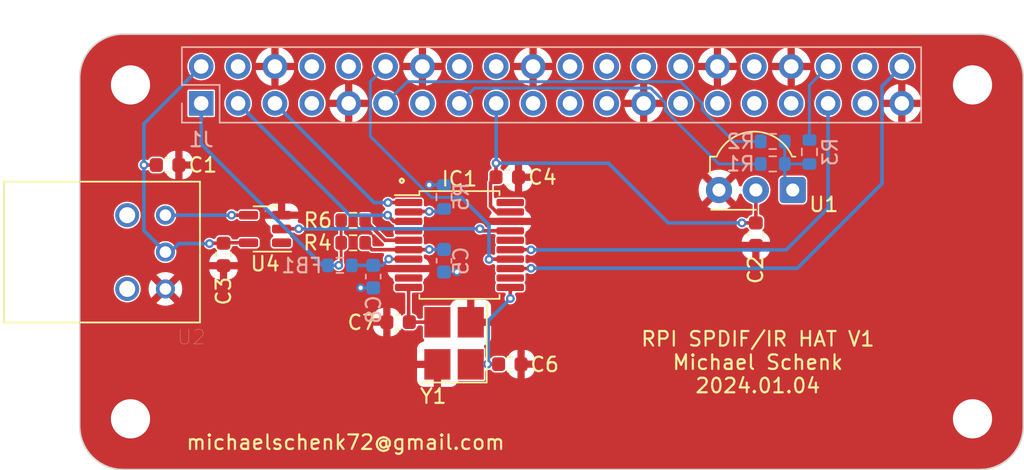
<source format=kicad_pcb>
(kicad_pcb (version 20221018) (generator pcbnew)
  (title_block (date "15 nov 2012"))
  (layers (0 "F.Cu" signal) (31 "B.Cu" signal) (34 "B.Paste" user) (35 "F.Paste" user) (36 "B.SilkS" user "B.Silkscreen") (37 "F.SilkS" user "F.Silkscreen") (38 "B.Mask" user) (39 "F.Mask" user) (44 "Edge.Cuts" user))
  (net 0 "")
  (net 1 "GND")
  (net 2 "/GPIO2{slash}SDA1")
  (net 3 "/GPIO3{slash}SCL1")
  (net 4 "/GPIO4{slash}GPCLK0")
  (net 5 "/GPIO14{slash}TXD0")
  (net 6 "/GPIO15{slash}RXD0")
  (net 7 "/GPIO17")
  (net 8 "/GPIO18{slash}PCM.CLK")
  (net 9 "/GPIO27")
  (net 10 "/GPIO22")
  (net 11 "/GPIO23")
  (net 12 "/GPIO26")
  (net 13 "/GPIO24")
  (net 14 "/GPIO10{slash}SPI0.MOSI")
  (net 15 "/GPIO9{slash}SPI0.MISO")
  (net 16 "/GPIO25")
  (net 17 "/GPIO11{slash}SPI0.SCLK")
  (net 18 "/GPIO8{slash}SPI0.CE0")
  (net 19 "/GPIO7{slash}SPI0.CE1")
  (net 20 "/ID_SDA")
  (net 21 "/ID_SCL")
  (net 22 "/GPIO5")
  (net 23 "/GPIO6")
  (net 24 "/GPIO12{slash}PWM0")
  (net 25 "/GPIO13{slash}PWM1")
  (net 26 "/GPIO19{slash}PCM.FS")
  (net 27 "/GPIO16")
  (net 28 "/GPIO20{slash}PCM.DIN")
  (net 29 "/GPIO21{slash}PCM.DOUT")
  (net 30 "+5V")
  (net 31 "+3V3")
  (net 32 "Net-(IC1-XIN)")
  (net 33 "Net-(IC1-XOP)")
  (net 35 "Net-(IC1-GPO0{slash}SWIFMODE)")
  (net 36 "Net-(IC1-CSB{slash}GPO1)")
  (net 37 "Net-(IC1-RESETB)")
  (net 38 "Net-(IC1-TX0)")
  (net 42 "Net-(U2-VIN)")
  (net 45 "Net-(U1-OUT)")
  (net 46 "Net-(IC1-PVDD)")
  (footprint "Capacitor_SMD:C_0603_1608Metric" (layer "F.Cu") (at 106.0582 79.0196)
    (fp_text reference "C1" (at 2.4254 0) (layer "F.SilkS"))
    (fp_text value "100nF/50V")
    (fp_line (start -0.14058 -0.51) (end 0.14058 -0.51) (stroke (width 0.12)) (layer "F.SilkS"))
    (fp_line (start -0.14058 0.51) (end 0.14058 0.51) (stroke (width 0.12)) (layer "F.SilkS"))
    (pad "1" smd roundrect (at -0.775 0) (size 0.9 0.95) (layers "F.Cu" "F.Paste" "F.Mask") (net 30 "+5V"))
    (pad "2" smd roundrect (at 0.775 0) (size 0.9 0.95) (layers "F.Cu" "F.Paste" "F.Mask") (net 1 "GND"))
  )
  (footprint "MountingHole:MountingHole_2.7mm_M2.5" (layer "F.Cu") (at 161.5 73.5)
    (fp_text reference "MH2" hide)
    (fp_text value "MountingHole_2.7mm_M2.5" hide)
    (pad "" np_thru_hole circle locked (at 0 0) (size 2.7 2.7) (drill 2.7) (layers "*.Cu" "*.Mask"))
  )
  (footprint "Resistor_SMD:R_0603_1608Metric" (layer "F.Cu") (at 118.8336 82.8296 180)
    (fp_text reference "R6" (at 2.4252 0) (layer "F.SilkS"))
    (fp_text value "10k")
    (fp_line (start -0.237258 -0.5225) (end 0.237258 -0.5225) (stroke (width 0.12)) (layer "F.SilkS"))
    (fp_line (start -0.237258 0.5225) (end 0.237258 0.5225) (stroke (width 0.12)) (layer "F.SilkS"))
    (pad "1" smd roundrect (at -0.825 0 180) (size 0.8 0.95) (layers "F.Cu" "F.Paste" "F.Mask") (net 36 "Net-(IC1-CSB{slash}GPO1)"))
    (pad "2" smd roundrect (at 0.825 0 180) (size 0.8 0.95) (layers "F.Cu" "F.Paste" "F.Mask") (net 31 "+3V3"))
  )
  (footprint "Package_TO_SOT_SMD:SOT-23-5" (layer "F.Cu") (at 112.7707 83.424 180)
    (fp_text reference "U4" (at 0 -2.4) (layer "F.SilkS"))
    (fp_text value "74AHC1G17")
    (fp_line (start 0 -1.56) (end -1.8 -1.56) (stroke (width 0.12)) (layer "F.SilkS"))
    (fp_line (start 0 -1.56) (end 0.8 -1.56) (stroke (width 0.12)) (layer "F.SilkS"))
    (fp_line (start 0 1.56) (end -0.8 1.56) (stroke (width 0.12)) (layer "F.SilkS"))
    (fp_line (start 0 1.56) (end 0.8 1.56) (stroke (width 0.12)) (layer "F.SilkS"))
    (pad "1" smd roundrect (at -1.1375 -0.95 180) (size 1.325 0.6) (layers "F.Cu" "F.Paste" "F.Mask"))
    (pad "2" smd roundrect (at -1.1375 0 180) (size 1.325 0.6) (layers "F.Cu" "F.Paste" "F.Mask") (net 38 "Net-(IC1-TX0)"))
    (pad "3" smd roundrect (at -1.1375 0.95 180) (size 1.325 0.6) (layers "F.Cu" "F.Paste" "F.Mask") (net 1 "GND"))
    (pad "4" smd roundrect (at 1.1375 0.95 180) (size 1.325 0.6) (layers "F.Cu" "F.Paste" "F.Mask") (net 42 "Net-(U2-VIN)"))
    (pad "5" smd roundrect (at 1.1375 -0.95 180) (size 1.325 0.6) (layers "F.Cu" "F.Paste" "F.Mask") (net 30 "+5V"))
  )
  (footprint "OptoDevice:Vishay_MOLD-3Pin" (layer "F.Cu") (at 149.116568 80.741 180)
    (fp_text reference "U1" (at -2.140632 -0.9964) (layer "F.SilkS"))
    (fp_text value "TSOP32538")
    (fp_line (start 0.04 2.3) (end -0.18 2.3) (stroke (width 0.12)) (layer "F.SilkS"))
    (fp_line (start 5.62 -1.36) (end 2.54 -1.36) (stroke (width 0.12)) (layer "F.SilkS"))
    (fp_line (start 5.7 2.3) (end 5.24 2.3) (stroke (width 0.12)) (layer "F.SilkS"))
    (fp_line (start 5.7 2.3) (end 5.7 1.1) (stroke (width 0.12)) (layer "F.SilkS"))
    (fp_arc (start 5.24 2.3) (mid 2.64 4.023119) (end 0.04 2.3) (stroke (width 0.12)) (layer "F.SilkS"))
    (pad "1" thru_hole roundrect (at 0 0 180) (size 1.8 1.8) (drill 0.9) (layers "*.Cu" "*.Mask") (roundrect_rratio 0.138) (net 45 "Net-(U1-OUT)"))
    (pad "2" thru_hole circle (at 2.54 0 180) (size 1.8 1.8) (drill 0.9) (layers "*.Cu" "*.Mask") (net 31 "+3V3"))
    (pad "3" thru_hole circle (at 5.08 0 180) (size 1.8 1.8) (drill 0.9) (layers "*.Cu" "*.Mask") (net 1 "GND"))
  )
  (footprint "kicad-snk:PLR135-T10_PLT133-T10W" (layer "F.Cu") (at 103.274 85.014 90)
    (fp_text reference "U2" (at -5.8674 4.4222 180) (layer "F.SilkS") (effects (font (size 1.001236 1.001236) (thickness 0.015))))
    (fp_text value "PLT237/T10WH")
    (fp_line (start -4.85 -8.49) (end -4.85 5.01) (stroke (width 0.127)) (layer "F.SilkS"))
    (fp_line (start 4.85 -8.49) (end -4.85 -8.49) (stroke (width 0.127)) (layer "F.SilkS"))
    (fp_line (start 4.85 -8.49) (end 4.85 5.01) (stroke (width 0.127)) (layer "F.SilkS"))
    (fp_line (start 4.85 5.01) (end -4.85 5.01) (stroke (width 0.127)) (layer "F.SilkS"))
    (pad "1" thru_hole circle (at 2.54 2.63 90) (size 1.308 1.308) (drill 0.8) (layers "*.Cu" "*.Mask") (net 42 "Net-(U2-VIN)"))
    (pad "2" thru_hole circle (at 0 2.63 90) (size 1.308 1.308) (drill 0.8) (layers "*.Cu" "*.Mask") (net 30 "+5V"))
    (pad "3" thru_hole circle (at -2.54 2.63 90) (size 1.308 1.308) (drill 0.8) (layers "*.Cu" "*.Mask") (net 1 "GND"))
    (pad "NC1" thru_hole circle (at 2.54 0 90) (size 1.65 1.65) (drill 1.1) (layers "*.Cu" "*.Mask"))
    (pad "NC2" thru_hole circle (at -2.54 0 90) (size 1.65 1.65) (drill 1.1) (layers "*.Cu" "*.Mask"))
  )
  (footprint "Resistor_SMD:R_0603_1608Metric" (layer "F.Cu") (at 118.8346 84.379 180)
    (fp_text reference "R4" (at 2.4516 0) (layer "F.SilkS"))
    (fp_text value "10k")
    (fp_line (start -0.237258 -0.5225) (end 0.237258 -0.5225) (stroke (width 0.12)) (layer "F.SilkS"))
    (fp_line (start -0.237258 0.5225) (end 0.237258 0.5225) (stroke (width 0.12)) (layer "F.SilkS"))
    (pad "1" smd roundrect (at -0.825 0 180) (size 0.8 0.95) (layers "F.Cu" "F.Paste" "F.Mask") (net 37 "Net-(IC1-RESETB)"))
    (pad "2" smd roundrect (at 0.825 0 180) (size 0.8 0.95) (layers "F.Cu" "F.Paste" "F.Mask") (net 31 "+3V3"))
  )
  (footprint "MountingHole:MountingHole_2.7mm_M2.5" (layer "F.Cu") (at 103.5 96.5)
    (fp_text reference "MH3" hide)
    (fp_text value "MountingHole_2.7mm_M2.5" hide)
    (pad "" np_thru_hole circle locked (at 0 0) (size 2.7 2.7) (drill 2.7) (layers "*.Cu" "*.Mask"))
  )
  (footprint "Capacitor_SMD:C_0603_1608Metric" (layer "F.Cu") (at 121.9326 89.84 180)
    (fp_text reference "C7" (at 2.5016 -0.0254) (layer "F.SilkS"))
    (fp_text value "15pF/50V")
    (fp_line (start -0.14058 -0.51) (end 0.14058 -0.51) (stroke (width 0.12)) (layer "F.SilkS"))
    (fp_line (start -0.14058 0.51) (end 0.14058 0.51) (stroke (width 0.12)) (layer "F.SilkS"))
    (pad "1" smd roundrect (at -0.775 0 180) (size 0.9 0.95) (layers "F.Cu" "F.Paste" "F.Mask") (net 33 "Net-(IC1-XOP)"))
    (pad "2" smd roundrect (at 0.775 0 180) (size 0.9 0.95) (layers "F.Cu" "F.Paste" "F.Mask") (net 1 "GND"))
  )
  (footprint "MountingHole:MountingHole_2.7mm_M2.5" (layer "F.Cu") (at 103.5 73.5)
    (fp_text reference "MH1" hide)
    (fp_text value "MountingHole_2.7mm_M2.5" hide)
    (pad "" np_thru_hole circle locked (at 0 0) (size 2.7 2.7) (drill 2.7) (layers "*.Cu" "*.Mask"))
  )
  (footprint "Capacitor_SMD:C_0603_1608Metric" (layer "F.Cu") (at 129.6294 92.7356 180)
    (fp_text reference "C6" (at -2.4 -0.0254) (layer "F.SilkS"))
    (fp_text value "15pF/50V")
    (fp_line (start -0.14058 -0.51) (end 0.14058 -0.51) (stroke (width 0.12)) (layer "F.SilkS"))
    (fp_line (start -0.14058 0.51) (end 0.14058 0.51) (stroke (width 0.12)) (layer "F.SilkS"))
    (pad "1" smd roundrect (at -0.775 0 180) (size 0.9 0.95) (layers "F.Cu" "F.Paste" "F.Mask") (net 1 "GND"))
    (pad "2" smd roundrect (at 0.775 0 180) (size 0.9 0.95) (layers "F.Cu" "F.Paste" "F.Mask") (net 32 "Net-(IC1-XIN)"))
  )
  (footprint "Capacitor_SMD:C_0603_1608Metric" (layer "F.Cu") (at 129.4516 79.8578 180)
    (fp_text reference "C4" (at -2.4254 0) (layer "F.SilkS"))
    (fp_text value "100nF/50V")
    (fp_line (start -0.14058 -0.51) (end 0.14058 -0.51) (stroke (width 0.12)) (layer "F.SilkS"))
    (fp_line (start -0.14058 0.51) (end 0.14058 0.51) (stroke (width 0.12)) (layer "F.SilkS"))
    (pad "1" smd roundrect (at -0.775 0 180) (size 0.9 0.95) (layers "F.Cu" "F.Paste" "F.Mask") (net 1 "GND"))
    (pad "2" smd roundrect (at 0.775 0 180) (size 0.9 0.95) (layers "F.Cu" "F.Paste" "F.Mask") (net 31 "+3V3"))
  )
  (footprint "Package_SO:SSOP-20_5.3x7.2mm_P0.65mm" (layer "F.Cu") (at 126.1568 84.5262)
    (fp_text reference "IC1" (at 0 -4.55) (layer "F.SilkS"))
    (fp_text value "WM8804GEDS_V")
    (fp_line (start -2.76 -3.71) (end -2.76 -3.435) (stroke (width 0.12)) (layer "F.SilkS"))
    (fp_line (start -2.76 -3.435) (end -4.45 -3.435) (stroke (width 0.12)) (layer "F.SilkS"))
    (fp_line (start -2.76 3.71) (end -2.76 3.435) (stroke (width 0.12)) (layer "F.SilkS"))
    (fp_line (start 0 -3.71) (end -2.76 -3.71) (stroke (width 0.12)) (layer "F.SilkS"))
    (fp_line (start 0 -3.71) (end 2.76 -3.71) (stroke (width 0.12)) (layer "F.SilkS"))
    (fp_line (start 0 3.71) (end -2.76 3.71) (stroke (width 0.12)) (layer "F.SilkS"))
    (fp_line (start 0 3.71) (end 2.76 3.71) (stroke (width 0.12)) (layer "F.SilkS"))
    (fp_line (start 2.76 -3.71) (end 2.76 -3.435) (stroke (width 0.12)) (layer "F.SilkS"))
    (fp_line (start 2.76 3.71) (end 2.76 3.435) (stroke (width 0.12)) (layer "F.SilkS"))
    (pad "1" smd roundrect (at -3.5 -2.925) (size 1.9 0.5) (layers "F.Cu" "F.Paste" "F.Mask") (net 3 "/GPIO3{slash}SCL1"))
    (pad "2" smd roundrect (at -3.5 -2.275) (size 1.9 0.5) (layers "F.Cu" "F.Paste" "F.Mask") (net 35 "Net-(IC1-GPO0{slash}SWIFMODE)"))
    (pad "3" smd roundrect (at -3.5 -1.625) (size 1.9 0.5) (layers "F.Cu" "F.Paste" "F.Mask") (net 2 "/GPIO2{slash}SDA1"))
    (pad "4" smd roundrect (at -3.5 -0.975) (size 1.9 0.5) (layers "F.Cu" "F.Paste" "F.Mask"))
    (pad "5" smd roundrect (at -3.5 -0.325) (size 1.9 0.5) (layers "F.Cu" "F.Paste" "F.Mask") (net 36 "Net-(IC1-CSB{slash}GPO1)"))
    (pad "6" smd roundrect (at -3.5 0.325) (size 1.9 0.5) (layers "F.Cu" "F.Paste" "F.Mask") (net 37 "Net-(IC1-RESETB)"))
    (pad "7" smd roundrect (at -3.5 0.975) (size 1.9 0.5) (layers "F.Cu" "F.Paste" "F.Mask") (net 46 "Net-(IC1-PVDD)"))
    (pad "8" smd roundrect (at -3.5 1.625) (size 1.9 0.5) (layers "F.Cu" "F.Paste" "F.Mask") (net 1 "GND"))
    (pad "9" smd roundrect (at -3.5 2.275) (size 1.9 0.5) (layers "F.Cu" "F.Paste" "F.Mask"))
    (pad "10" smd roundrect (at -3.5 2.925) (size 1.9 0.5) (layers "F.Cu" "F.Paste" "F.Mask") (net 33 "Net-(IC1-XOP)"))
    (pad "11" smd roundrect (at 3.5 2.925) (size 1.9 0.5) (layers "F.Cu" "F.Paste" "F.Mask") (net 32 "Net-(IC1-XIN)"))
    (pad "12" smd roundrect (at 3.5 2.275) (size 1.9 0.5) (layers "F.Cu" "F.Paste" "F.Mask"))
    (pad "13" smd roundrect (at 3.5 1.625) (size 1.9 0.5) (layers "F.Cu" "F.Paste" "F.Mask") (net 29 "/GPIO21{slash}PCM.DOUT"))
    (pad "14" smd roundrect (at 3.5 0.975) (size 1.9 0.5) (layers "F.Cu" "F.Paste" "F.Mask") (net 8 "/GPIO18{slash}PCM.CLK"))
    (pad "15" smd roundrect (at 3.5 0.325) (size 1.9 0.5) (layers "F.Cu" "F.Paste" "F.Mask") (net 26 "/GPIO19{slash}PCM.FS"))
    (pad "16" smd roundrect (at 3.5 -0.325) (size 1.9 0.5) (layers "F.Cu" "F.Paste" "F.Mask"))
    (pad "17" smd roundrect (at 3.5 -0.975) (size 1.9 0.5) (layers "F.Cu" "F.Paste" "F.Mask") (net 38 "Net-(IC1-TX0)"))
    (pad "18" smd roundrect (at 3.5 -1.625) (size 1.9 0.5) (layers "F.Cu" "F.Paste" "F.Mask") (net 1 "GND"))
    (pad "19" smd roundrect (at 3.5 -2.275) (size 1.9 0.5) (layers "F.Cu" "F.Paste" "F.Mask") (net 31 "+3V3"))
    (pad "20" smd roundrect (at 3.5 -2.925) (size 1.9 0.5) (layers "F.Cu" "F.Paste" "F.Mask"))
  )
  (footprint "Crystal:Crystal_SMD_3225-4Pin_3.2x2.5mm_HandSoldering" (layer "F.Cu") (at 125.788 91.3004 90)
    (fp_text reference "Y1" (at -3.645 -1.4294 180) (layer "F.SilkS"))
    (fp_text value "27MHz")
    (fp_line (start -2.7 -2.25) (end -2.7 2.25) (stroke (width 0.12)) (layer "F.SilkS"))
    (fp_line (start -2.7 2.25) (end 2.7 2.25) (stroke (width 0.12)) (layer "F.SilkS"))
    (pad "1" smd rect (at -1.45 1.15 90) (size 2.1 1.8) (layers "F.Cu" "F.Paste" "F.Mask") (net 32 "Net-(IC1-XIN)"))
    (pad "2" smd rect (at 1.45 1.15 90) (size 2.1 1.8) (layers "F.Cu" "F.Paste" "F.Mask") (net 1 "GND"))
    (pad "3" smd rect (at 1.45 -1.15 90) (size 2.1 1.8) (layers "F.Cu" "F.Paste" "F.Mask") (net 33 "Net-(IC1-XOP)"))
    (pad "4" smd rect (at -1.45 -1.15 90) (size 2.1 1.8) (layers "F.Cu" "F.Paste" "F.Mask") (net 1 "GND"))
  )
  (footprint "Capacitor_SMD:C_0603_1608Metric" (layer "F.Cu") (at 146.576568 83.7824 90)
    (fp_text reference "C2" (at -2.4508 -0.018368 90) (layer "F.SilkS"))
    (fp_text value "100nF/50V")
    (fp_line (start -0.14058 -0.51) (end 0.14058 -0.51) (stroke (width 0.12)) (layer "F.SilkS"))
    (fp_line (start -0.14058 0.51) (end 0.14058 0.51) (stroke (width 0.12)) (layer "F.SilkS"))
    (pad "1" smd roundrect (at -0.775 0 90) (size 0.9 0.95) (layers "F.Cu" "F.Paste" "F.Mask") (net 1 "GND"))
    (pad "2" smd roundrect (at 0.775 0 90) (size 0.9 0.95) (layers "F.Cu" "F.Paste" "F.Mask") (net 31 "+3V3"))
  )
  (footprint "Capacitor_SMD:C_0603_1608Metric" (layer "F.Cu") (at 109.906 85.1794 -90)
    (fp_text reference "C3" (at 2.527 0 -90) (layer "F.SilkS"))
    (fp_text value "100nF/50V")
    (fp_line (start -0.14058 -0.51) (end 0.14058 -0.51) (stroke (width 0.12)) (layer "F.SilkS"))
    (fp_line (start -0.14058 0.51) (end 0.14058 0.51) (stroke (width 0.12)) (layer "F.SilkS"))
    (pad "1" smd roundrect (at -0.775 0 270) (size 0.9 0.95) (layers "F.Cu" "F.Paste" "F.Mask") (net 30 "+5V"))
    (pad "2" smd roundrect (at 0.775 0 270) (size 0.9 0.95) (layers "F.Cu" "F.Paste" "F.Mask") (net 1 "GND"))
  )
  (footprint "MountingHole:MountingHole_2.7mm_M2.5" (layer "F.Cu") (at 161.5 96.5)
    (fp_text reference "MH4" hide)
    (fp_text value "MountingHole_2.7mm_M2.5" hide)
    (pad "" np_thru_hole circle locked (at 0 0) (size 2.7 2.7) (drill 2.7) (layers "*.Cu" "*.Mask"))
  )
  (footprint "Connector_PinSocket_2.54mm:PinSocket_2x20_P2.54mm_Vertical" (layer "B.Cu") (at 108.37 74.77 -90)
    (fp_text reference "J1" (at 2.5 0) (layer "B.SilkS") (effects (justify mirror)))
    (fp_text value "GPIO")
    (fp_line (start -3.87 -49.59) (end 1.33 -49.59) (stroke (width 0.12)) (layer "B.SilkS"))
    (fp_line (start -3.87 1.33) (end -3.87 -49.59) (stroke (width 0.12)) (layer "B.SilkS"))
    (fp_line (start -3.87 1.33) (end -1.27 1.33) (stroke (width 0.12)) (layer "B.SilkS"))
    (fp_line (start -1.27 -1.27) (end 1.33 -1.27) (stroke (width 0.12)) (layer "B.SilkS"))
    (fp_line (start -1.27 1.33) (end -1.27 -1.27) (stroke (width 0.12)) (layer "B.SilkS"))
    (fp_line (start 0 1.33) (end 1.33 1.33) (stroke (width 0.12)) (layer "B.SilkS"))
    (fp_line (start 1.33 -1.27) (end 1.33 -49.59) (stroke (width 0.12)) (layer "B.SilkS"))
    (fp_line (start 1.33 1.33) (end 1.33 0) (stroke (width 0.12)) (layer "B.SilkS"))
    (pad "1" thru_hole rect (at 0 0 270) (size 1.7 1.7) (drill 1) (layers "*.Cu" "*.Mask") (net 31 "+3V3"))
    (pad "2" thru_hole oval (at -2.54 0 270) (size 1.7 1.7) (drill 1) (layers "*.Cu" "*.Mask") (net 30 "+5V"))
    (pad "3" thru_hole oval (at 0 -2.54 270) (size 1.7 1.7) (drill 1) (layers "*.Cu" "*.Mask") (net 2 "/GPIO2{slash}SDA1"))
    (pad "4" thru_hole oval (at -2.54 -2.54 270) (size 1.7 1.7) (drill 1) (layers "*.Cu" "*.Mask") (net 30 "+5V"))
    (pad "5" thru_hole oval (at 0 -5.08 270) (size 1.7 1.7) (drill 1) (layers "*.Cu" "*.Mask") (net 3 "/GPIO3{slash}SCL1"))
    (pad "6" thru_hole oval (at -2.54 -5.08 270) (size 1.7 1.7) (drill 1) (layers "*.Cu" "*.Mask") (net 1 "GND"))
    (pad "7" thru_hole oval (at 0 -7.62 270) (size 1.7 1.7) (drill 1) (layers "*.Cu" "*.Mask") (net 4 "/GPIO4{slash}GPCLK0"))
    (pad "8" thru_hole oval (at -2.54 -7.62 270) (size 1.7 1.7) (drill 1) (layers "*.Cu" "*.Mask") (net 5 "/GPIO14{slash}TXD0"))
    (pad "9" thru_hole oval (at 0 -10.16 270) (size 1.7 1.7) (drill 1) (layers "*.Cu" "*.Mask") (net 1 "GND"))
    (pad "10" thru_hole oval (at -2.54 -10.16 270) (size 1.7 1.7) (drill 1) (layers "*.Cu" "*.Mask") (net 6 "/GPIO15{slash}RXD0"))
    (pad "11" thru_hole oval (at 0 -12.7 270) (size 1.7 1.7) (drill 1) (layers "*.Cu" "*.Mask") (net 7 "/GPIO17"))
    (pad "12" thru_hole oval (at -2.54 -12.7 270) (size 1.7 1.7) (drill 1) (layers "*.Cu" "*.Mask") (net 8 "/GPIO18{slash}PCM.CLK"))
    (pad "13" thru_hole oval (at 0 -15.24 270) (size 1.7 1.7) (drill 1) (layers "*.Cu" "*.Mask") (net 9 "/GPIO27"))
    (pad "14" thru_hole oval (at -2.54 -15.24 270) (size 1.7 1.7) (drill 1) (layers "*.Cu" "*.Mask") (net 1 "GND"))
    (pad "15" thru_hole oval (at 0 -17.78 270) (size 1.7 1.7) (drill 1) (layers "*.Cu" "*.Mask") (net 10 "/GPIO22"))
    (pad "16" thru_hole oval (at -2.54 -17.78 270) (size 1.7 1.7) (drill 1) (layers "*.Cu" "*.Mask") (net 11 "/GPIO23"))
    (pad "17" thru_hole oval (at 0 -20.32 270) (size 1.7 1.7) (drill 1) (layers "*.Cu" "*.Mask") (net 31 "+3V3"))
    (pad "18" thru_hole oval (at -2.54 -20.32 270) (size 1.7 1.7) (drill 1) (layers "*.Cu" "*.Mask") (net 13 "/GPIO24"))
    (pad "19" thru_hole oval (at 0 -22.86 270) (size 1.7 1.7) (drill 1) (layers "*.Cu" "*.Mask") (net 14 "/GPIO10{slash}SPI0.MOSI"))
    (pad "20" thru_hole oval (at -2.54 -22.86 270) (size 1.7 1.7) (drill 1) (layers "*.Cu" "*.Mask") (net 1 "GND"))
    (pad "21" thru_hole oval (at 0 -25.4 270) (size 1.7 1.7) (drill 1) (layers "*.Cu" "*.Mask") (net 15 "/GPIO9{slash}SPI0.MISO"))
    (pad "22" thru_hole oval (at -2.54 -25.4 270) (size 1.7 1.7) (drill 1) (layers "*.Cu" "*.Mask") (net 16 "/GPIO25"))
    (pad "23" thru_hole oval (at 0 -27.94 270) (size 1.7 1.7) (drill 1) (layers "*.Cu" "*.Mask") (net 17 "/GPIO11{slash}SPI0.SCLK"))
    (pad "24" thru_hole oval (at -2.54 -27.94 270) (size 1.7 1.7) (drill 1) (layers "*.Cu" "*.Mask") (net 18 "/GPIO8{slash}SPI0.CE0"))
    (pad "25" thru_hole oval (at 0 -30.48 270) (size 1.7 1.7) (drill 1) (layers "*.Cu" "*.Mask") (net 1 "GND"))
    (pad "26" thru_hole oval (at -2.54 -30.48 270) (size 1.7 1.7) (drill 1) (layers "*.Cu" "*.Mask") (net 19 "/GPIO7{slash}SPI0.CE1"))
    (pad "27" thru_hole oval (at 0 -33.02 270) (size 1.7 1.7) (drill 1) (layers "*.Cu" "*.Mask") (net 20 "/ID_SDA"))
    (pad "28" thru_hole oval (at -2.54 -33.02 270) (size 1.7 1.7) (drill 1) (layers "*.Cu" "*.Mask") (net 21 "/ID_SCL"))
    (pad "29" thru_hole oval (at 0 -35.56 270) (size 1.7 1.7) (drill 1) (layers "*.Cu" "*.Mask") (net 22 "/GPIO5"))
    (pad "30" thru_hole oval (at -2.54 -35.56 270) (size 1.7 1.7) (drill 1) (layers "*.Cu" "*.Mask") (net 1 "GND"))
    (pad "31" thru_hole oval (at 0 -38.1 270) (size 1.7 1.7) (drill 1) (layers "*.Cu" "*.Mask") (net 23 "/GPIO6"))
    (pad "32" thru_hole oval (at -2.54 -38.1 270) (size 1.7 1.7) (drill 1) (layers "*.Cu" "*.Mask") (net 24 "/GPIO12{slash}PWM0"))
    (pad "33" thru_hole oval (at 0 -40.64 270) (size 1.7 1.7) (drill 1) (layers "*.Cu" "*.Mask") (net 25 "/GPIO13{slash}PWM1"))
    (pad "34" thru_hole oval (at -2.54 -40.64 270) (size 1.7 1.7) (drill 1) (layers "*.Cu" "*.Mask") (net 1 "GND"))
    (pad "35" thru_hole oval (at 0 -43.18 270) (size 1.7 1.7) (drill 1) (layers "*.Cu" "*.Mask") (net 26 "/GPIO19{slash}PCM.FS"))
    (pad "36" thru_hole oval (at -2.54 -43.18 270) (size 1.7 1.7) (drill 1) (layers "*.Cu" "*.Mask") (net 27 "/GPIO16"))
    (pad "37" thru_hole oval (at 0 -45.72 270) (size 1.7 1.7) (drill 1) (layers "*.Cu" "*.Mask") (net 12 "/GPIO26"))
    (pad "38" thru_hole oval (at -2.54 -45.72 270) (size 1.7 1.7) (drill 1) (layers "*.Cu" "*.Mask") (net 28 "/GPIO20{slash}PCM.DIN"))
    (pad "39" thru_hole oval (at 0 -48.26 270) (size 1.7 1.7) (drill 1) (layers "*.Cu" "*.Mask") (net 1 "GND"))
    (pad "40" thru_hole oval (at -2.54 -48.26 270) (size 1.7 1.7) (drill 1) (layers "*.Cu" "*.Mask") (net 29 "/GPIO21{slash}PCM.DOUT"))
  )
  (footprint "Resistor_SMD:R_0603_1608Metric" (layer "B.Cu") (at 147.7388 77.394 180)
    (fp_text reference "R2" (at 2.1966 0) (layer "B.SilkS") (effects (justify mirror)))
    (fp_text value "0R")
    (fp_line (start -0.237258 -0.5225) (end 0.237258 -0.5225) (stroke (width 0.12)) (layer "B.SilkS"))
    (fp_line (start -0.237258 0.5225) (end 0.237258 0.5225) (stroke (width 0.12)) (layer "B.SilkS"))
    (pad "1" smd roundrect (at -0.825 0 180) (size 0.8 0.95) (layers "B.Cu" "B.Paste" "B.Mask") (net 45 "Net-(U1-OUT)"))
    (pad "2" smd roundrect (at 0.825 0 180) (size 0.8 0.95) (layers "B.Cu" "B.Paste" "B.Mask") (net 7 "/GPIO17"))
  )
  (footprint "Resistor_SMD:R_0603_1608Metric" (layer "B.Cu") (at 125.0952 81.22 90)
    (fp_text reference "R5" (at 0.016 1.1938 270) (layer "B.SilkS") (effects (justify mirror)))
    (fp_text value "10k")
    (fp_line (start -0.237258 -0.5225) (end 0.237258 -0.5225) (stroke (width 0.12)) (layer "B.SilkS"))
    (fp_line (start -0.237258 0.5225) (end 0.237258 0.5225) (stroke (width 0.12)) (layer "B.SilkS"))
    (pad "1" smd roundrect (at -0.825 0 90) (size 0.8 0.95) (layers "B.Cu" "B.Paste" "B.Mask") (net 35 "Net-(IC1-GPO0{slash}SWIFMODE)"))
    (pad "2" smd roundrect (at 0.825 0 90) (size 0.8 0.95) (layers "B.Cu" "B.Paste" "B.Mask") (net 1 "GND"))
  )
  (footprint "Capacitor_SMD:C_0603_1608Metric" (layer "B.Cu") (at 120.2184 86.7034 90)
    (fp_text reference "C8" (at -2.273 0.0254 90) (layer "B.SilkS") (effects (justify mirror)))
    (fp_text value "1uF/25V")
    (fp_line (start -0.14058 -0.51) (end 0.14058 -0.51) (stroke (width 0.12)) (layer "B.SilkS"))
    (fp_line (start -0.14058 0.51) (end 0.14058 0.51) (stroke (width 0.12)) (layer "B.SilkS"))
    (pad "1" smd roundrect (at -0.775 0 90) (size 0.9 0.95) (layers "B.Cu" "B.Paste" "B.Mask") (net 1 "GND"))
    (pad "2" smd roundrect (at 0.775 0 90) (size 0.9 0.95) (layers "B.Cu" "B.Paste" "B.Mask") (net 46 "Net-(IC1-PVDD)"))
  )
  (footprint "Capacitor_SMD:C_0603_1608Metric" (layer "B.Cu") (at 125.0952 85.6112 -90)
    (fp_text reference "C5" (at 0.0124 -1.1684 90) (layer "B.SilkS") (effects (justify mirror)))
    (fp_text value "100nF/50V")
    (fp_line (start -0.14058 -0.51) (end 0.14058 -0.51) (stroke (width 0.12)) (layer "B.SilkS"))
    (fp_line (start -0.14058 0.51) (end 0.14058 0.51) (stroke (width 0.12)) (layer "B.SilkS"))
    (pad "1" smd roundrect (at -0.775 0 270) (size 0.9 0.95) (layers "B.Cu" "B.Paste" "B.Mask") (net 37 "Net-(IC1-RESETB)"))
    (pad "2" smd roundrect (at 0.775 0 270) (size 0.9 0.95) (layers "B.Cu" "B.Paste" "B.Mask") (net 1 "GND"))
  )
  (footprint "Resistor_SMD:R_0603_1608Metric" (layer "B.Cu") (at 147.7398 78.9434 180)
    (fp_text reference "R1" (at 2.223 0) (layer "B.SilkS") (effects (justify mirror)))
    (fp_text value "0R")
    (fp_line (start -0.237258 -0.5225) (end 0.237258 -0.5225) (stroke (width 0.12)) (layer "B.SilkS"))
    (fp_line (start -0.237258 0.5225) (end 0.237258 0.5225) (stroke (width 0.12)) (layer "B.SilkS"))
    (pad "1" smd roundrect (at -0.825 0 180) (size 0.8 0.95) (layers "B.Cu" "B.Paste" "B.Mask") (net 45 "Net-(U1-OUT)"))
    (pad "2" smd roundrect (at 0.825 0 180) (size 0.8 0.95) (layers "B.Cu" "B.Paste" "B.Mask") (net 10 "/GPIO22"))
  )
  (footprint "Resistor_SMD:R_0603_1608Metric" (layer "B.Cu") (at 150.2666 78.1184 90)
    (fp_text reference "R3" (at 0 1.43 90) (layer "B.SilkS") (effects (justify mirror)))
    (fp_text value "0R")
    (fp_line (start -0.237258 -0.5225) (end 0.237258 -0.5225) (stroke (width 0.12)) (layer "B.SilkS"))
    (fp_line (start -0.237258 0.5225) (end 0.237258 0.5225) (stroke (width 0.12)) (layer "B.SilkS"))
    (pad "1" smd roundrect (at -0.825 0 90) (size 0.8 0.95) (layers "B.Cu" "B.Paste" "B.Mask") (net 45 "Net-(U1-OUT)"))
    (pad "2" smd roundrect (at 0.825 0 90) (size 0.8 0.95) (layers "B.Cu" "B.Paste" "B.Mask") (net 27 "/GPIO16"))
  )
  (footprint "Resistor_SMD:R_0603_1608Metric" (layer "B.Cu") (at 117.9202 85.9284 180)
    (fp_text reference "FB1" (at 2.6294 -0.0254) (layer "B.SilkS") (effects (justify mirror)))
    (fp_text value "1k@100MHz")
    (fp_line (start -0.237258 -0.5225) (end 0.237258 -0.5225) (stroke (width 0.12)) (layer "B.SilkS"))
    (fp_line (start -0.237258 0.5225) (end 0.237258 0.5225) (stroke (width 0.12)) (layer "B.SilkS"))
    (pad "1" smd roundrect (at -0.825 0 180) (size 0.8 0.95) (layers "B.Cu" "B.Paste" "B.Mask") (net 46 "Net-(IC1-PVDD)"))
    (pad "2" smd roundrect (at 0.825 0 180) (size 0.8 0.95) (layers "B.Cu" "B.Paste" "B.Mask") (net 31 "+3V3"))
  )
  (gr_arc (start 162 70) (mid 164.12132 70.87868) (end 165 73) (stroke (width 0.1)) (layer "Edge.Cuts"))
  (gr_line (start 165 97) (end 165 73) (stroke (width 0.1)) (layer "Edge.Cuts"))
  (gr_line (start 100 73) (end 100 97) (stroke (width 0.1)) (layer "Edge.Cuts"))
  (gr_arc (start 103 100) (mid 100.87868 99.12132) (end 100 97) (stroke (width 0.1)) (layer "Edge.Cuts"))
  (gr_line (start 103 100) (end 162 100) (stroke (width 0.1)) (layer "Edge.Cuts"))
  (gr_arc (start 165 97) (mid 164.12132 99.12132) (end 162 100) (stroke (width 0.1)) (layer "Edge.Cuts"))
  (gr_arc (start 100 73) (mid 100.87868 70.87868) (end 103 70) (stroke (width 0.1)) (layer "Edge.Cuts"))
  (gr_line (start 162 70) (end 103 70) (stroke (width 0.1)) (layer "Edge.Cuts"))
  (gr_text "°" (at 121.7068 81.0912) (layer "F.SilkS") (effects (font (size 1 1)) (justify left bottom)))
  (gr_text "michaelschenk72@gmail.com" (at 118.3134 98.1204) (layer "F.SilkS") (effects (font (size 1 1))))
  (gr_text "RPI SPDIF/IR HAT V1\nMichael Schenk\n2024.01.04" (at 146.7106 92.6086) (layer "F.SilkS") (effects (font (size 1 1))))
  (via (at 125.9842 86.3856) (size 0.6) (drill 0.3) (layers "F.Cu" "B.Cu") (net 1))
  (via (at 124.0792 80.3912) (size 0.6) (drill 0.3) (layers "F.Cu" "B.Cu") (net 1))
  (via (at 119.3548 87.4778) (size 0.6) (drill 0.3) (layers "F.Cu" "B.Cu") (net 1))
  (segment (start 120.2184 87.4784) (end 119.3554 87.4784) (width 0.2) (layer "B.Cu") (net 1))
  (segment (start 119.3554 87.4784) (end 119.3548 87.4778) (width 0.2) (layer "B.Cu") (net 1))
  (segment (start 125.0952 86.3862) (end 125.9836 86.3862) (width 0.2) (layer "B.Cu") (net 1))
  (segment (start 125.0952 80.395) (end 124.083 80.395) (width 0.25) (layer "B.Cu") (net 1))
  (segment (start 124.083 80.395) (end 124.0792 80.3912) (width 0.25) (layer "B.Cu") (net 1))
  (segment (start 125.9836 86.3862) (end 125.9842 86.3856) (width 0.2) (layer "B.Cu") (net 1))
  (segment (start 121.640109 82.9012) (end 121.215046 82.476137) (width 0.25) (layer "F.Cu") (net 2))
  (segment (start 122.6568 82.9012) (end 121.640109 82.9012) (width 0.25) (layer "F.Cu") (net 2))
  (via (at 121.215046 82.476137) (size 0.6) (drill 0.3) (layers "F.Cu" "B.Cu") (net 2))
  (segment (start 121.215046 82.476137) (end 118.616137 82.476137) (width 0.25) (layer "B.Cu") (net 2))
  (segment (start 110.91 74.77) (end 118.616137 82.476137) (width 0.25) (layer "B.Cu") (net 2))
  (segment (start 122.6568 81.6012) (end 121.2436 81.6012) (width 0.25) (layer "F.Cu") (net 3))
  (segment (start 121.2436 81.6012) (end 121.2344 81.6104) (width 0.25) (layer "F.Cu") (net 3))
  (via (at 121.2344 81.6104) (size 0.6) (drill 0.3) (layers "F.Cu" "B.Cu") (net 3))
  (segment (start 121.2344 81.6104) (end 120.2904 81.6104) (width 0.25) (layer "B.Cu") (net 3))
  (segment (start 120.2904 81.6104) (end 113.45 74.77) (width 0.25) (layer "B.Cu") (net 3))
  (segment (start 142.8752 75.2096) (end 145.0596 77.394) (width 0.2) (layer "B.Cu") (net 7))
  (segment (start 121.07 74.77) (end 122.56 73.28) (width 0.2) (layer "B.Cu") (net 7))
  (segment (start 142.8752 74.770275) (end 142.8752 75.2096) (width 0.2) (layer "B.Cu") (net 7))
  (segment (start 145.0596 77.394) (end 146.9138 77.394) (width 0.2) (layer "B.Cu") (net 7))
  (segment (start 141.384925 73.28) (end 142.8752 74.770275) (width 0.2) (layer "B.Cu") (net 7))
  (segment (start 122.56 73.28) (end 141.384925 73.28) (width 0.2) (layer "B.Cu") (net 7))
  (segment (start 129.6568 85.5012) (end 128.2148 85.5012) (width 0.25) (layer "F.Cu") (net 8))
  (segment (start 128.2148 85.5012) (end 128.194 85.522) (width 0.25) (layer "F.Cu") (net 8))
  (via (at 128.194 85.522) (size 0.6) (drill 0.3) (layers "F.Cu" "B.Cu") (net 8))
  (segment (start 120.02 73.28) (end 120.02 77.039107) (width 0.2) (layer "B.Cu") (net 8))
  (segment (start 120.02 77.039107) (end 124.233001 81.252108) (width 0.2) (layer "B.Cu") (net 8))
  (segment (start 128.194 83.154416) (end 126.291692 81.252108) (width 0.25) (layer "B.Cu") (net 8))
  (segment (start 121.07 72.23) (end 120.02 73.28) (width 0.2) (layer "B.Cu") (net 8))
  (segment (start 128.194 85.522) (end 128.194 83.154416) (width 0.25) (layer "B.Cu") (net 8))
  (segment (start 124.233001 81.252108) (end 126.291692 81.252108) (width 0.2) (layer "B.Cu") (net 8))
  (segment (start 127.2 73.72) (end 139.3282 73.72) (width 0.2) (layer "B.Cu") (net 10))
  (segment (start 139.3282 73.72) (end 140.34 74.7318) (width 0.2) (layer "B.Cu") (net 10))
  (segment (start 126.15 74.77) (end 127.2 73.72) (width 0.2) (layer "B.Cu") (net 10))
  (segment (start 144.0182 78.9434) (end 146.9148 78.9434) (width 0.2) (layer "B.Cu") (net 10))
  (segment (start 140.34 74.7318) (end 140.34 75.2652) (width 0.2) (layer "B.Cu") (net 10))
  (segment (start 140.34 75.2652) (end 144.0182 78.9434) (width 0.2) (layer "B.Cu") (net 10))
  (segment (start 129.6568 84.8512) (end 131.0792 84.8512) (width 0.25) (layer "F.Cu") (net 26))
  (segment (start 131.0792 84.8512) (end 131.0896 84.8616) (width 0.25) (layer "F.Cu") (net 26))
  (via (at 131.0896 84.8616) (size 0.6) (drill 0.3) (layers "F.Cu" "B.Cu") (net 26))
  (segment (start 148.6664 84.8616) (end 151.55 81.978) (width 0.25) (layer "B.Cu") (net 26))
  (segment (start 131.0896 84.8616) (end 148.6664 84.8616) (width 0.25) (layer "B.Cu") (net 26))
  (segment (start 151.55 81.978) (end 151.55 74.77) (width 0.25) (layer "B.Cu") (net 26))
  (segment (start 150.2666 77.2934) (end 150.2666 73.5134) (width 0.2) (layer "B.Cu") (net 27))
  (segment (start 150.2666 73.5134) (end 151.55 72.23) (width 0.2) (layer "B.Cu") (net 27))
  (segment (start 129.6568 86.1512) (end 131.07 86.1512) (width 0.25) (layer "F.Cu") (net 29))
  (segment (start 131.07 86.1512) (end 131.0896 86.1316) (width 0.25) (layer "F.Cu") (net 29))
  (via (at 131.0896 86.1316) (size 0.6) (drill 0.3) (layers "F.Cu" "B.Cu") (net 29))
  (segment (start 131.0896 86.1316) (end 149.4284 86.1316) (width 0.25) (layer "B.Cu") (net 29))
  (segment (start 155.265 73.595) (end 156.63 72.23) (width 0.25) (layer "B.Cu") (net 29))
  (segment (start 149.4284 86.1316) (end 155.265 80.295) (width 0.25) (layer "B.Cu") (net 29))
  (segment (start 155.265 80.295) (end 155.265 73.595) (width 0.25) (layer "B.Cu") (net 29))
  (segment (start 109.906 84.4044) (end 108.9662 84.4044) (width 0.25) (layer "F.Cu") (net 30))
  (segment (start 108.9662 84.4044) (end 108.9408 84.4298) (width 0.25) (layer "F.Cu") (net 30))
  (segment (start 111.6332 84.374) (end 109.9364 84.374) (width 0.25) (layer "F.Cu") (net 30))
  (segment (start 105.2832 79.0196) (end 104.424 79.0196) (width 0.25) (layer "F.Cu") (net 30))
  (segment (start 109.9364 84.374) (end 109.906 84.4044) (width 0.25) (layer "F.Cu") (net 30))
  (via (at 108.9408 84.4298) (size 0.6) (drill 0.3) (layers "F.Cu" "B.Cu") (net 30))
  (via (at 104.424 79.0196) (size 0.6) (drill 0.3) (layers "F.Cu" "B.Cu") (net 30))
  (segment (start 108.37 72.23) (end 104.424 76.176) (width 0.25) (layer "B.Cu") (net 30))
  (segment (start 104.424 79.0196) (end 104.424 83.534) (width 0.25) (layer "B.Cu") (net 30))
  (segment (start 106.2484 85.014) (end 105.904 85.014) (width 0.25) (layer "B.Cu") (net 30))
  (segment (start 104.424 83.534) (end 105.904 85.014) (width 0.25) (layer "B.Cu") (net 30))
  (segment (start 108.9408 84.4298) (end 106.8326 84.4298) (width 0.25) (layer "B.Cu") (net 30))
  (segment (start 106.8326 84.4298) (end 106.2484 85.014) (width 0.25) (layer "B.Cu") (net 30))
  (segment (start 104.424 76.176) (end 104.424 79.0196) (width 0.25) (layer "B.Cu") (net 30))
  (segment (start 146.576568 83.0074) (end 145.6184 83.0074) (width 0.25) (layer "F.Cu") (net 31))
  (segment (start 118.0096 85.7645) (end 117.8457 85.9284) (width 0.2) (layer "F.Cu") (net 31))
  (segment (start 128.6766 78.8926) (end 128.6766 79.8578) (width 0.25) (layer "F.Cu") (net 31))
  (segment (start 128.2956 80.2388) (end 128.6766 79.8578) (width 0.25) (layer "F.Cu") (net 31))
  (segment (start 128.706801 82.2512) (end 128.2956 81.839999) (width 0.25) (layer "F.Cu") (net 31))
  (segment (start 129.6568 82.2512) (end 128.706801 82.2512) (width 0.25) (layer "F.Cu") (net 31))
  (segment (start 128.2956 81.839999) (end 128.2956 80.2388) (width 0.25) (layer "F.Cu") (net 31))
  (segment (start 146.576568 83.0074) (end 146.576568 80.741) (width 0.25) (layer "F.Cu") (net 31))
  (segment (start 118.0086 84.378) (end 118.0096 84.379) (width 0.2) (layer "F.Cu") (net 31))
  (segment (start 118.0096 84.379) (end 118.0096 85.7645) (width 0.2) (layer "F.Cu") (net 31))
  (segment (start 118.0086 82.8296) (end 118.0086 84.378) (width 0.2) (layer "F.Cu") (net 31))
  (via (at 145.6184 83.0074) (size 0.6) (drill 0.3) (layers "F.Cu" "B.Cu") (net 31))
  (via (at 117.8457 85.9284) (size 0.6) (drill 0.3) (layers "F.Cu" "B.Cu") (net 31))
  (via (at 128.6766 78.8926) (size 0.6) (drill 0.3) (layers "F.Cu" "B.Cu") (net 31))
  (segment (start 128.69 78.8792) (end 128.6766 78.8926) (width 0.25) (layer "B.Cu") (net 31))
  (segment (start 136.4236 78.8926) (end 128.6766 78.8926) (width 0.25) (layer "B.Cu") (net 31))
  (segment (start 108.37 77.580084) (end 116.718316 85.9284) (width 0.25) (layer "B.Cu") (net 31))
  (segment (start 140.5384 83.0074) (end 136.4236 78.8926) (width 0.25) (layer "B.Cu") (net 31))
  (segment (start 128.69 74.77) (end 128.69 78.8792) (width 0.25) (layer "B.Cu") (net 31))
  (segment (start 117.8457 85.9284) (end 117.0952 85.9284) (width 0.25) (layer "B.Cu") (net 31))
  (segment (start 116.718316 85.9284) (end 117.0952 85.9284) (width 0.25) (layer "B.Cu") (net 31))
  (segment (start 108.37 74.77) (end 108.37 77.580084) (width 0.25) (layer "B.Cu") (net 31))
  (segment (start 145.6184 83.0074) (end 140.5384 83.0074) (width 0.25) (layer "B.Cu") (net 31))
  (segment (start 128.8544 92.7356) (end 128.0924 92.7356) (width 0.25) (layer "F.Cu") (net 32))
  (segment (start 126.9528 92.7356) (end 126.938 92.7504) (width 0.25) (layer "F.Cu") (net 32))
  (segment (start 129.6568 87.4512) (end 129.6568 88.204) (width 0.25) (layer "F.Cu") (net 32))
  (segment (start 129.6568 88.204) (end 129.6672 88.2144) (width 0.25) (layer "F.Cu") (net 32))
  (segment (start 128.0924 92.7356) (end 126.9528 92.7356) (width 0.25) (layer "F.Cu") (net 32))
  (via (at 128.0924 92.7356) (size 0.6) (drill 0.3) (layers "F.Cu" "B.Cu") (net 32))
  (via (at 129.6672 88.2144) (size 0.6) (drill 0.3) (layers "F.Cu" "B.Cu") (net 32))
  (segment (start 128.1432 92.6848) (end 128.0924 92.7356) (width 0.25) (layer "B.Cu") (net 32))
  (segment (start 128.1432 89.7384) (end 128.1432 92.6848) (width 0.25) (layer "B.Cu") (net 32))
  (segment (start 129.6672 88.2144) (end 128.1432 89.7384) (width 0.25) (layer "B.Cu") (net 32))
  (segment (start 124.6276 89.84) (end 124.638 89.8504) (width 0.25) (layer "F.Cu") (net 33))
  (segment (start 122.7076 89.84) (end 124.6276 89.84) (width 0.25) (layer "F.Cu") (net 33))
  (segment (start 122.6568 89.7892) (end 122.7076 89.84) (width 0.25) (layer "F.Cu") (net 33))
  (segment (start 122.6568 87.4512) (end 122.6568 89.7892) (width 0.25) (layer "F.Cu") (net 33))
  (segment (start 124.0792 82.22) (end 122.688 82.22) (width 0.25) (layer "F.Cu") (net 35))
  (segment (start 122.688 82.22) (end 122.6568 82.2512) (width 0.25) (layer "F.Cu") (net 35))
  (via (at 124.0792 82.22) (size 0.6) (drill 0.3) (layers "F.Cu" "B.Cu") (net 35))
  (segment (start 124.7904 82.22) (end 124.0792 82.22) (width 0.25) (layer "B.Cu") (net 35))
  (segment (start 121.0302 84.2012) (end 122.6568 84.2012) (width 0.25) (layer "F.Cu") (net 36))
  (segment (start 119.6586 82.8296) (end 121.0302 84.2012) (width 0.25) (layer "F.Cu") (net 36))
  (segment (start 124.0642 84.8512) (end 124.0792 84.8362) (width 0.25) (layer "F.Cu") (net 37))
  (segment (start 120.1318 84.8512) (end 122.6568 84.8512) (width 0.25) (layer "F.Cu") (net 37))
  (segment (start 122.6568 84.8512) (end 124.0642 84.8512) (width 0.25) (layer "F.Cu") (net 37))
  (segment (start 119.6596 84.379) (end 120.1318 84.8512) (width 0.25) (layer "F.Cu") (net 37))
  (via (at 124.0792 84.8362) (size 0.6) (drill 0.3) (layers "F.Cu" "B.Cu") (net 37))
  (segment (start 125.0952 84.8362) (end 124.0792 84.8362) (width 0.25) (layer "B.Cu") (net 37))
  (segment (start 115.0876 83.4138) (end 113.9184 83.4138) (width 0.25) (layer "F.Cu") (net 38))
  (segment (start 127.7069 83.5512) (end 129.6568 83.5512) (width 0.25) (layer "F.Cu") (net 38))
  (segment (start 127.5695 83.4138) (end 127.7069 83.5512) (width 0.25) (layer "F.Cu") (net 38))
  (segment (start 113.9184 83.4138) (end 113.9082 83.424) (width 0.25) (layer "F.Cu") (net 38))
  (via (at 127.5695 83.4138) (size 0.6) (drill 0.3) (layers "F.Cu" "B.Cu") (net 38))
  (via (at 115.0876 83.4138) (size 0.6) (drill 0.3) (layers "F.Cu" "B.Cu") (net 38))
  (segment (start 115.0876 83.4138) (end 127.5695 83.4138) (width 0.25) (layer "B.Cu") (net 38))
  (segment (start 110.4648 82.474) (end 111.6332 82.474) (width 0.25) (layer "F.Cu") (net 42))
  (via (at 110.4648 82.474) (size 0.6) (drill 0.3) (layers "F.Cu" "B.Cu") (net 42))
  (segment (start 105.904 82.474) (end 110.4648 82.474) (width 0.25) (layer "B.Cu") (net 42))
  (segment (start 148.5648 78.9434) (end 148.5648 80.189232) (width 0.2) (layer "B.Cu") (net 45))
  (segment (start 150.2666 78.9434) (end 148.5648 78.9434) (width 0.2) (layer "B.Cu") (net 45))
  (segment (start 148.5638 78.9424) (end 148.5648 78.9434) (width 0.2) (layer "B.Cu") (net 45))
  (segment (start 148.5648 80.189232) (end 149.116568 80.741) (width 0.2) (layer "B.Cu") (net 45))
  (segment (start 148.5638 77.394) (end 148.5638 78.9424) (width 0.2) (layer "B.Cu") (net 45))
  (segment (start 122.6522 85.4966) (end 122.6568 85.5012) (width 0.2) (layer "F.Cu") (net 46))
  (segment (start 121.2852 85.4966) (end 122.6522 85.4966) (width 0.2) (layer "F.Cu") (net 46))
  (via (at 121.2852 85.4966) (size 0.6) (drill 0.3) (layers "F.Cu" "B.Cu") (net 46))
  (segment (start 120.2184 85.9284) (end 120.8534 85.9284) (width 0.2) (layer "B.Cu") (net 46))
  (segment (start 120.8534 85.9284) (end 121.2852 85.4966) (width 0.2) (layer "B.Cu") (net 46))
  (segment (start 120.2184 85.9284) (end 118.7452 85.9284) (width 0.25) (layer "B.Cu") (net 46))
  (zone (net 1) (net_name "GND") (layer "F.Cu") (connect_pads (clearance 0)) (min_thickness 0.25) (fill yes (thermal_gap 0.5) (thermal_bridge_width 0.5))
    (polygon (pts (xy 100 70.028) (xy 100 100) (xy 165.024 100) (xy 165.024 70.028)))
  )
)
</source>
